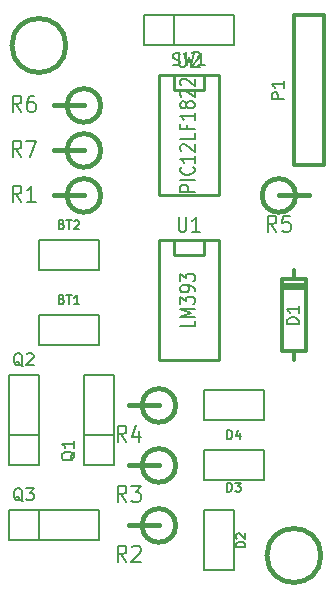
<source format=gto>
G04 (created by PCBNEW (2013-07-07 BZR 4022)-stable) date 5/14/2015 8:52:31 PM*
%MOIN*%
G04 Gerber Fmt 3.4, Leading zero omitted, Abs format*
%FSLAX34Y34*%
G01*
G70*
G90*
G04 APERTURE LIST*
%ADD10C,0.00590551*%
%ADD11C,0.015*%
%ADD12C,0.012*%
%ADD13C,0.006*%
%ADD14C,0.01*%
%ADD15C,0.008*%
G04 APERTURE END LIST*
G54D10*
G54D11*
X71500Y-46500D02*
X70500Y-46500D01*
X72059Y-46500D02*
G75*
G03X72059Y-46500I-559J0D01*
G74*
G01*
X69000Y-38000D02*
X68000Y-38000D01*
X69559Y-38000D02*
G75*
G03X69559Y-38000I-559J0D01*
G74*
G01*
X69000Y-36500D02*
X68000Y-36500D01*
X69559Y-36500D02*
G75*
G03X69559Y-36500I-559J0D01*
G74*
G01*
X75500Y-39500D02*
X76500Y-39500D01*
X76059Y-39500D02*
G75*
G03X76059Y-39500I-559J0D01*
G74*
G01*
X69000Y-39500D02*
X68000Y-39500D01*
X69559Y-39500D02*
G75*
G03X69559Y-39500I-559J0D01*
G74*
G01*
X71500Y-48500D02*
X70500Y-48500D01*
X72059Y-48500D02*
G75*
G03X72059Y-48500I-559J0D01*
G74*
G01*
X71500Y-50500D02*
X70500Y-50500D01*
X72059Y-50500D02*
G75*
G03X72059Y-50500I-559J0D01*
G74*
G01*
G54D12*
X77000Y-33500D02*
X76000Y-33500D01*
X76000Y-38500D02*
X77000Y-38500D01*
X77000Y-33500D02*
X77000Y-38500D01*
X76000Y-38500D02*
X76000Y-33500D01*
G54D13*
X67500Y-48500D02*
X66500Y-48500D01*
X66500Y-48500D02*
X66500Y-45500D01*
X66500Y-45500D02*
X67500Y-45500D01*
X67500Y-45500D02*
X67500Y-48500D01*
X66500Y-47500D02*
X67500Y-47500D01*
X70000Y-48500D02*
X69000Y-48500D01*
X69000Y-48500D02*
X69000Y-45500D01*
X69000Y-45500D02*
X70000Y-45500D01*
X70000Y-45500D02*
X70000Y-48500D01*
X69000Y-47500D02*
X70000Y-47500D01*
X66500Y-51000D02*
X66500Y-50000D01*
X66500Y-50000D02*
X69500Y-50000D01*
X69500Y-50000D02*
X69500Y-51000D01*
X69500Y-51000D02*
X66500Y-51000D01*
X67500Y-50000D02*
X67500Y-51000D01*
X75000Y-46000D02*
X75000Y-47000D01*
X75000Y-47000D02*
X73000Y-47000D01*
X73000Y-47000D02*
X73000Y-46000D01*
X73000Y-46000D02*
X75000Y-46000D01*
X75000Y-48000D02*
X75000Y-49000D01*
X75000Y-49000D02*
X73000Y-49000D01*
X73000Y-49000D02*
X73000Y-48000D01*
X73000Y-48000D02*
X75000Y-48000D01*
X73000Y-50000D02*
X74000Y-50000D01*
X74000Y-50000D02*
X74000Y-52000D01*
X74000Y-52000D02*
X73000Y-52000D01*
X73000Y-52000D02*
X73000Y-50000D01*
X67500Y-42000D02*
X67500Y-41000D01*
X67500Y-41000D02*
X69500Y-41000D01*
X69500Y-41000D02*
X69500Y-42000D01*
X69500Y-42000D02*
X67500Y-42000D01*
X67500Y-44500D02*
X67500Y-43500D01*
X67500Y-43500D02*
X69500Y-43500D01*
X69500Y-43500D02*
X69500Y-44500D01*
X69500Y-44500D02*
X67500Y-44500D01*
G54D14*
X73000Y-41000D02*
X73000Y-41500D01*
X73000Y-41500D02*
X72000Y-41500D01*
X72000Y-41500D02*
X72000Y-41000D01*
X73500Y-41000D02*
X73500Y-45000D01*
X73500Y-45000D02*
X71500Y-45000D01*
X71500Y-45000D02*
X71500Y-41000D01*
X71500Y-41000D02*
X73500Y-41000D01*
X73000Y-35500D02*
X73000Y-36000D01*
X73000Y-36000D02*
X72000Y-36000D01*
X72000Y-36000D02*
X72000Y-35500D01*
X73500Y-35500D02*
X73500Y-39500D01*
X73500Y-39500D02*
X71500Y-39500D01*
X71500Y-39500D02*
X71500Y-35500D01*
X71500Y-35500D02*
X73500Y-35500D01*
G54D12*
X76000Y-42000D02*
X76000Y-42300D01*
X76000Y-42300D02*
X75600Y-42300D01*
X75600Y-42300D02*
X75600Y-44700D01*
X75600Y-44700D02*
X76000Y-44700D01*
X76000Y-44700D02*
X76000Y-45000D01*
X76000Y-44700D02*
X76400Y-44700D01*
X76400Y-44700D02*
X76400Y-42300D01*
X76400Y-42300D02*
X76000Y-42300D01*
X75600Y-42500D02*
X76400Y-42500D01*
X76400Y-42600D02*
X75600Y-42600D01*
G54D11*
X68400Y-34500D02*
G75*
G03X68400Y-34500I-900J0D01*
G74*
G01*
X76900Y-51500D02*
G75*
G03X76900Y-51500I-900J0D01*
G74*
G01*
G54D13*
X71000Y-34500D02*
X71000Y-33500D01*
X71000Y-33500D02*
X74000Y-33500D01*
X74000Y-33500D02*
X74000Y-34500D01*
X74000Y-34500D02*
X71000Y-34500D01*
X72000Y-33500D02*
X72000Y-34500D01*
G54D15*
X70416Y-47722D02*
X70250Y-47460D01*
X70130Y-47722D02*
X70130Y-47172D01*
X70321Y-47172D01*
X70369Y-47198D01*
X70392Y-47225D01*
X70416Y-47277D01*
X70416Y-47355D01*
X70392Y-47408D01*
X70369Y-47434D01*
X70321Y-47460D01*
X70130Y-47460D01*
X70845Y-47355D02*
X70845Y-47722D01*
X70726Y-47146D02*
X70607Y-47539D01*
X70916Y-47539D01*
X66916Y-38222D02*
X66750Y-37960D01*
X66630Y-38222D02*
X66630Y-37672D01*
X66821Y-37672D01*
X66869Y-37698D01*
X66892Y-37725D01*
X66916Y-37777D01*
X66916Y-37855D01*
X66892Y-37908D01*
X66869Y-37934D01*
X66821Y-37960D01*
X66630Y-37960D01*
X67083Y-37672D02*
X67416Y-37672D01*
X67202Y-38222D01*
X66916Y-36722D02*
X66750Y-36460D01*
X66630Y-36722D02*
X66630Y-36172D01*
X66821Y-36172D01*
X66869Y-36198D01*
X66892Y-36225D01*
X66916Y-36277D01*
X66916Y-36355D01*
X66892Y-36408D01*
X66869Y-36434D01*
X66821Y-36460D01*
X66630Y-36460D01*
X67345Y-36172D02*
X67250Y-36172D01*
X67202Y-36198D01*
X67178Y-36225D01*
X67130Y-36303D01*
X67107Y-36408D01*
X67107Y-36617D01*
X67130Y-36670D01*
X67154Y-36696D01*
X67202Y-36722D01*
X67297Y-36722D01*
X67345Y-36696D01*
X67369Y-36670D01*
X67392Y-36617D01*
X67392Y-36486D01*
X67369Y-36434D01*
X67345Y-36408D01*
X67297Y-36382D01*
X67202Y-36382D01*
X67154Y-36408D01*
X67130Y-36434D01*
X67107Y-36486D01*
X75416Y-40722D02*
X75250Y-40460D01*
X75130Y-40722D02*
X75130Y-40172D01*
X75321Y-40172D01*
X75369Y-40198D01*
X75392Y-40225D01*
X75416Y-40277D01*
X75416Y-40355D01*
X75392Y-40408D01*
X75369Y-40434D01*
X75321Y-40460D01*
X75130Y-40460D01*
X75869Y-40172D02*
X75630Y-40172D01*
X75607Y-40434D01*
X75630Y-40408D01*
X75678Y-40382D01*
X75797Y-40382D01*
X75845Y-40408D01*
X75869Y-40434D01*
X75892Y-40486D01*
X75892Y-40617D01*
X75869Y-40670D01*
X75845Y-40696D01*
X75797Y-40722D01*
X75678Y-40722D01*
X75630Y-40696D01*
X75607Y-40670D01*
X66916Y-39722D02*
X66750Y-39460D01*
X66630Y-39722D02*
X66630Y-39172D01*
X66821Y-39172D01*
X66869Y-39198D01*
X66892Y-39225D01*
X66916Y-39277D01*
X66916Y-39355D01*
X66892Y-39408D01*
X66869Y-39434D01*
X66821Y-39460D01*
X66630Y-39460D01*
X67392Y-39722D02*
X67107Y-39722D01*
X67250Y-39722D02*
X67250Y-39172D01*
X67202Y-39251D01*
X67154Y-39303D01*
X67107Y-39329D01*
X70416Y-49722D02*
X70250Y-49460D01*
X70130Y-49722D02*
X70130Y-49172D01*
X70321Y-49172D01*
X70369Y-49198D01*
X70392Y-49225D01*
X70416Y-49277D01*
X70416Y-49355D01*
X70392Y-49408D01*
X70369Y-49434D01*
X70321Y-49460D01*
X70130Y-49460D01*
X70583Y-49172D02*
X70892Y-49172D01*
X70726Y-49382D01*
X70797Y-49382D01*
X70845Y-49408D01*
X70869Y-49434D01*
X70892Y-49486D01*
X70892Y-49617D01*
X70869Y-49670D01*
X70845Y-49696D01*
X70797Y-49722D01*
X70654Y-49722D01*
X70607Y-49696D01*
X70583Y-49670D01*
X70416Y-51722D02*
X70250Y-51460D01*
X70130Y-51722D02*
X70130Y-51172D01*
X70321Y-51172D01*
X70369Y-51198D01*
X70392Y-51225D01*
X70416Y-51277D01*
X70416Y-51355D01*
X70392Y-51408D01*
X70369Y-51434D01*
X70321Y-51460D01*
X70130Y-51460D01*
X70607Y-51225D02*
X70630Y-51198D01*
X70678Y-51172D01*
X70797Y-51172D01*
X70845Y-51198D01*
X70869Y-51225D01*
X70892Y-51277D01*
X70892Y-51329D01*
X70869Y-51408D01*
X70583Y-51722D01*
X70892Y-51722D01*
X75661Y-36295D02*
X75261Y-36295D01*
X75261Y-36142D01*
X75280Y-36104D01*
X75300Y-36085D01*
X75338Y-36066D01*
X75395Y-36066D01*
X75433Y-36085D01*
X75452Y-36104D01*
X75471Y-36142D01*
X75471Y-36295D01*
X75661Y-35685D02*
X75661Y-35914D01*
X75661Y-35799D02*
X75261Y-35799D01*
X75319Y-35838D01*
X75357Y-35876D01*
X75376Y-35914D01*
G54D13*
X66961Y-45200D02*
X66923Y-45180D01*
X66885Y-45142D01*
X66828Y-45085D01*
X66790Y-45066D01*
X66752Y-45066D01*
X66771Y-45161D02*
X66733Y-45142D01*
X66695Y-45104D01*
X66676Y-45028D01*
X66676Y-44895D01*
X66695Y-44819D01*
X66733Y-44780D01*
X66771Y-44761D01*
X66847Y-44761D01*
X66885Y-44780D01*
X66923Y-44819D01*
X66942Y-44895D01*
X66942Y-45028D01*
X66923Y-45104D01*
X66885Y-45142D01*
X66847Y-45161D01*
X66771Y-45161D01*
X67095Y-44800D02*
X67114Y-44780D01*
X67152Y-44761D01*
X67247Y-44761D01*
X67285Y-44780D01*
X67304Y-44800D01*
X67323Y-44838D01*
X67323Y-44876D01*
X67304Y-44933D01*
X67076Y-45161D01*
X67323Y-45161D01*
X68700Y-48038D02*
X68680Y-48076D01*
X68642Y-48114D01*
X68585Y-48171D01*
X68566Y-48209D01*
X68566Y-48247D01*
X68661Y-48228D02*
X68642Y-48266D01*
X68604Y-48304D01*
X68528Y-48323D01*
X68395Y-48323D01*
X68319Y-48304D01*
X68280Y-48266D01*
X68261Y-48228D01*
X68261Y-48152D01*
X68280Y-48114D01*
X68319Y-48076D01*
X68395Y-48057D01*
X68528Y-48057D01*
X68604Y-48076D01*
X68642Y-48114D01*
X68661Y-48152D01*
X68661Y-48228D01*
X68661Y-47676D02*
X68661Y-47904D01*
X68661Y-47790D02*
X68261Y-47790D01*
X68319Y-47828D01*
X68357Y-47866D01*
X68376Y-47904D01*
X66961Y-49700D02*
X66923Y-49680D01*
X66885Y-49642D01*
X66828Y-49585D01*
X66790Y-49566D01*
X66752Y-49566D01*
X66771Y-49661D02*
X66733Y-49642D01*
X66695Y-49604D01*
X66676Y-49528D01*
X66676Y-49395D01*
X66695Y-49319D01*
X66733Y-49280D01*
X66771Y-49261D01*
X66847Y-49261D01*
X66885Y-49280D01*
X66923Y-49319D01*
X66942Y-49395D01*
X66942Y-49528D01*
X66923Y-49604D01*
X66885Y-49642D01*
X66847Y-49661D01*
X66771Y-49661D01*
X67076Y-49261D02*
X67323Y-49261D01*
X67190Y-49414D01*
X67247Y-49414D01*
X67285Y-49433D01*
X67304Y-49452D01*
X67323Y-49490D01*
X67323Y-49585D01*
X67304Y-49623D01*
X67285Y-49642D01*
X67247Y-49661D01*
X67133Y-49661D01*
X67095Y-49642D01*
X67076Y-49623D01*
X73778Y-47621D02*
X73778Y-47321D01*
X73850Y-47321D01*
X73892Y-47335D01*
X73921Y-47364D01*
X73935Y-47392D01*
X73950Y-47450D01*
X73950Y-47492D01*
X73935Y-47550D01*
X73921Y-47578D01*
X73892Y-47607D01*
X73850Y-47621D01*
X73778Y-47621D01*
X74207Y-47421D02*
X74207Y-47621D01*
X74135Y-47307D02*
X74064Y-47521D01*
X74250Y-47521D01*
X73778Y-49371D02*
X73778Y-49071D01*
X73850Y-49071D01*
X73892Y-49085D01*
X73921Y-49114D01*
X73935Y-49142D01*
X73950Y-49200D01*
X73950Y-49242D01*
X73935Y-49300D01*
X73921Y-49328D01*
X73892Y-49357D01*
X73850Y-49371D01*
X73778Y-49371D01*
X74050Y-49071D02*
X74235Y-49071D01*
X74135Y-49185D01*
X74178Y-49185D01*
X74207Y-49200D01*
X74221Y-49214D01*
X74235Y-49242D01*
X74235Y-49314D01*
X74221Y-49342D01*
X74207Y-49357D01*
X74178Y-49371D01*
X74092Y-49371D01*
X74064Y-49357D01*
X74050Y-49342D01*
X74371Y-51221D02*
X74071Y-51221D01*
X74071Y-51150D01*
X74085Y-51107D01*
X74114Y-51078D01*
X74142Y-51064D01*
X74200Y-51050D01*
X74242Y-51050D01*
X74300Y-51064D01*
X74328Y-51078D01*
X74357Y-51107D01*
X74371Y-51150D01*
X74371Y-51221D01*
X74100Y-50935D02*
X74085Y-50921D01*
X74071Y-50892D01*
X74071Y-50821D01*
X74085Y-50792D01*
X74100Y-50778D01*
X74128Y-50764D01*
X74157Y-50764D01*
X74200Y-50778D01*
X74371Y-50950D01*
X74371Y-50764D01*
X68264Y-40464D02*
X68307Y-40478D01*
X68321Y-40492D01*
X68335Y-40521D01*
X68335Y-40564D01*
X68321Y-40592D01*
X68307Y-40607D01*
X68278Y-40621D01*
X68164Y-40621D01*
X68164Y-40321D01*
X68264Y-40321D01*
X68292Y-40335D01*
X68307Y-40350D01*
X68321Y-40378D01*
X68321Y-40407D01*
X68307Y-40435D01*
X68292Y-40450D01*
X68264Y-40464D01*
X68164Y-40464D01*
X68421Y-40321D02*
X68592Y-40321D01*
X68507Y-40621D02*
X68507Y-40321D01*
X68678Y-40350D02*
X68692Y-40335D01*
X68721Y-40321D01*
X68792Y-40321D01*
X68821Y-40335D01*
X68835Y-40350D01*
X68850Y-40378D01*
X68850Y-40407D01*
X68835Y-40450D01*
X68664Y-40621D01*
X68850Y-40621D01*
X68264Y-42964D02*
X68307Y-42978D01*
X68321Y-42992D01*
X68335Y-43021D01*
X68335Y-43064D01*
X68321Y-43092D01*
X68307Y-43107D01*
X68278Y-43121D01*
X68164Y-43121D01*
X68164Y-42821D01*
X68264Y-42821D01*
X68292Y-42835D01*
X68307Y-42850D01*
X68321Y-42878D01*
X68321Y-42907D01*
X68307Y-42935D01*
X68292Y-42950D01*
X68264Y-42964D01*
X68164Y-42964D01*
X68421Y-42821D02*
X68592Y-42821D01*
X68507Y-43121D02*
X68507Y-42821D01*
X68850Y-43121D02*
X68678Y-43121D01*
X68764Y-43121D02*
X68764Y-42821D01*
X68735Y-42864D01*
X68707Y-42892D01*
X68678Y-42907D01*
G54D15*
X72157Y-40202D02*
X72157Y-40607D01*
X72178Y-40654D01*
X72200Y-40678D01*
X72242Y-40702D01*
X72328Y-40702D01*
X72371Y-40678D01*
X72392Y-40654D01*
X72414Y-40607D01*
X72414Y-40202D01*
X72864Y-40702D02*
X72607Y-40702D01*
X72735Y-40702D02*
X72735Y-40202D01*
X72692Y-40273D01*
X72650Y-40321D01*
X72607Y-40345D01*
X72702Y-43676D02*
X72702Y-43866D01*
X72202Y-43866D01*
X72702Y-43542D02*
X72202Y-43542D01*
X72559Y-43409D01*
X72202Y-43276D01*
X72702Y-43276D01*
X72202Y-43123D02*
X72202Y-42876D01*
X72392Y-43009D01*
X72392Y-42952D01*
X72416Y-42914D01*
X72440Y-42895D01*
X72488Y-42876D01*
X72607Y-42876D01*
X72654Y-42895D01*
X72678Y-42914D01*
X72702Y-42952D01*
X72702Y-43066D01*
X72678Y-43104D01*
X72654Y-43123D01*
X72702Y-42685D02*
X72702Y-42609D01*
X72678Y-42571D01*
X72654Y-42552D01*
X72583Y-42514D01*
X72488Y-42495D01*
X72297Y-42495D01*
X72250Y-42514D01*
X72226Y-42533D01*
X72202Y-42571D01*
X72202Y-42647D01*
X72226Y-42685D01*
X72250Y-42704D01*
X72297Y-42723D01*
X72416Y-42723D01*
X72464Y-42704D01*
X72488Y-42685D01*
X72511Y-42647D01*
X72511Y-42571D01*
X72488Y-42533D01*
X72464Y-42514D01*
X72416Y-42495D01*
X72202Y-42361D02*
X72202Y-42114D01*
X72392Y-42247D01*
X72392Y-42190D01*
X72416Y-42152D01*
X72440Y-42133D01*
X72488Y-42114D01*
X72607Y-42114D01*
X72654Y-42133D01*
X72678Y-42152D01*
X72702Y-42190D01*
X72702Y-42304D01*
X72678Y-42342D01*
X72654Y-42361D01*
X72157Y-34702D02*
X72157Y-35107D01*
X72178Y-35154D01*
X72200Y-35178D01*
X72242Y-35202D01*
X72328Y-35202D01*
X72371Y-35178D01*
X72392Y-35154D01*
X72414Y-35107D01*
X72414Y-34702D01*
X72607Y-34750D02*
X72628Y-34726D01*
X72671Y-34702D01*
X72778Y-34702D01*
X72821Y-34726D01*
X72842Y-34750D01*
X72864Y-34797D01*
X72864Y-34845D01*
X72842Y-34916D01*
X72585Y-35202D01*
X72864Y-35202D01*
X72702Y-39376D02*
X72202Y-39376D01*
X72202Y-39223D01*
X72226Y-39185D01*
X72250Y-39166D01*
X72297Y-39147D01*
X72369Y-39147D01*
X72416Y-39166D01*
X72440Y-39185D01*
X72464Y-39223D01*
X72464Y-39376D01*
X72702Y-38976D02*
X72202Y-38976D01*
X72654Y-38557D02*
X72678Y-38576D01*
X72702Y-38633D01*
X72702Y-38671D01*
X72678Y-38728D01*
X72630Y-38766D01*
X72583Y-38785D01*
X72488Y-38804D01*
X72416Y-38804D01*
X72321Y-38785D01*
X72273Y-38766D01*
X72226Y-38728D01*
X72202Y-38671D01*
X72202Y-38633D01*
X72226Y-38576D01*
X72250Y-38557D01*
X72702Y-38176D02*
X72702Y-38404D01*
X72702Y-38290D02*
X72202Y-38290D01*
X72273Y-38328D01*
X72321Y-38366D01*
X72345Y-38404D01*
X72250Y-38023D02*
X72226Y-38004D01*
X72202Y-37966D01*
X72202Y-37871D01*
X72226Y-37833D01*
X72250Y-37814D01*
X72297Y-37795D01*
X72345Y-37795D01*
X72416Y-37814D01*
X72702Y-38042D01*
X72702Y-37795D01*
X72702Y-37433D02*
X72702Y-37623D01*
X72202Y-37623D01*
X72440Y-37166D02*
X72440Y-37299D01*
X72702Y-37299D02*
X72202Y-37299D01*
X72202Y-37109D01*
X72702Y-36747D02*
X72702Y-36976D01*
X72702Y-36861D02*
X72202Y-36861D01*
X72273Y-36899D01*
X72321Y-36938D01*
X72345Y-36976D01*
X72416Y-36519D02*
X72392Y-36557D01*
X72369Y-36576D01*
X72321Y-36595D01*
X72297Y-36595D01*
X72250Y-36576D01*
X72226Y-36557D01*
X72202Y-36519D01*
X72202Y-36442D01*
X72226Y-36404D01*
X72250Y-36385D01*
X72297Y-36366D01*
X72321Y-36366D01*
X72369Y-36385D01*
X72392Y-36404D01*
X72416Y-36442D01*
X72416Y-36519D01*
X72440Y-36557D01*
X72464Y-36576D01*
X72511Y-36595D01*
X72607Y-36595D01*
X72654Y-36576D01*
X72678Y-36557D01*
X72702Y-36519D01*
X72702Y-36442D01*
X72678Y-36404D01*
X72654Y-36385D01*
X72607Y-36366D01*
X72511Y-36366D01*
X72464Y-36385D01*
X72440Y-36404D01*
X72416Y-36442D01*
X72250Y-36214D02*
X72226Y-36195D01*
X72202Y-36157D01*
X72202Y-36061D01*
X72226Y-36023D01*
X72250Y-36004D01*
X72297Y-35985D01*
X72345Y-35985D01*
X72416Y-36004D01*
X72702Y-36233D01*
X72702Y-35985D01*
X72250Y-35833D02*
X72226Y-35814D01*
X72202Y-35776D01*
X72202Y-35680D01*
X72226Y-35642D01*
X72250Y-35623D01*
X72297Y-35604D01*
X72345Y-35604D01*
X72416Y-35623D01*
X72702Y-35852D01*
X72702Y-35604D01*
X76161Y-43795D02*
X75761Y-43795D01*
X75761Y-43699D01*
X75780Y-43642D01*
X75819Y-43604D01*
X75857Y-43585D01*
X75933Y-43566D01*
X75990Y-43566D01*
X76066Y-43585D01*
X76104Y-43604D01*
X76142Y-43642D01*
X76161Y-43699D01*
X76161Y-43795D01*
X76161Y-43185D02*
X76161Y-43414D01*
X76161Y-43299D02*
X75761Y-43299D01*
X75819Y-43338D01*
X75857Y-43376D01*
X75876Y-43414D01*
G54D14*
G54D13*
X71966Y-35142D02*
X72023Y-35161D01*
X72119Y-35161D01*
X72157Y-35142D01*
X72176Y-35123D01*
X72195Y-35085D01*
X72195Y-35047D01*
X72176Y-35009D01*
X72157Y-34990D01*
X72119Y-34971D01*
X72042Y-34952D01*
X72004Y-34933D01*
X71985Y-34914D01*
X71966Y-34876D01*
X71966Y-34838D01*
X71985Y-34800D01*
X72004Y-34780D01*
X72042Y-34761D01*
X72138Y-34761D01*
X72195Y-34780D01*
X72328Y-34761D02*
X72423Y-35161D01*
X72500Y-34876D01*
X72576Y-35161D01*
X72671Y-34761D01*
X73033Y-35161D02*
X72804Y-35161D01*
X72919Y-35161D02*
X72919Y-34761D01*
X72880Y-34819D01*
X72842Y-34857D01*
X72804Y-34876D01*
M02*

</source>
